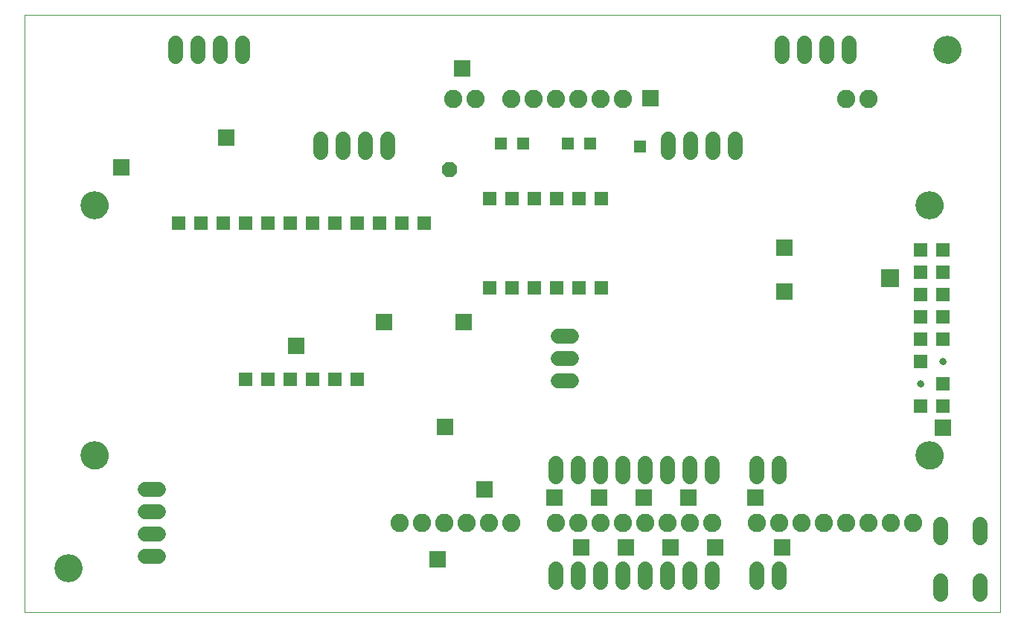
<source format=gts>
G75*
%MOIN*%
%OFA0B0*%
%FSLAX24Y24*%
%IPPOS*%
%LPD*%
%AMOC8*
5,1,8,0,0,1.08239X$1,22.5*
%
%ADD10C,0.0000*%
%ADD11C,0.0004*%
%ADD12C,0.1261*%
%ADD13C,0.0680*%
%ADD14C,0.0820*%
%ADD15R,0.0595X0.0595*%
%ADD16C,0.0316*%
%ADD17OC8,0.0680*%
%ADD18R,0.0740X0.0740*%
%ADD19R,0.0555X0.0555*%
%ADD20R,0.0840X0.0840*%
D10*
X007411Y004067D02*
X051112Y004067D01*
X051112Y030838D01*
X007411Y030838D01*
X009970Y022303D02*
X009972Y022351D01*
X009978Y022399D01*
X009988Y022446D01*
X010001Y022492D01*
X010019Y022537D01*
X010039Y022581D01*
X010064Y022623D01*
X010092Y022662D01*
X010122Y022699D01*
X010156Y022733D01*
X010193Y022765D01*
X010231Y022794D01*
X010272Y022819D01*
X010315Y022841D01*
X010360Y022859D01*
X010406Y022873D01*
X010453Y022884D01*
X010501Y022891D01*
X010549Y022894D01*
X010597Y022893D01*
X010645Y022888D01*
X010693Y022879D01*
X010739Y022867D01*
X010784Y022850D01*
X010828Y022830D01*
X010870Y022807D01*
X010910Y022780D01*
X010948Y022750D01*
X010983Y022717D01*
X011015Y022681D01*
X011045Y022643D01*
X011071Y022602D01*
X011093Y022559D01*
X011113Y022515D01*
X011128Y022470D01*
X011140Y022423D01*
X011148Y022375D01*
X011152Y022327D01*
X011152Y022279D01*
X011148Y022231D01*
X011140Y022183D01*
X011128Y022136D01*
X011113Y022091D01*
X011093Y022047D01*
X011071Y022004D01*
X011045Y021963D01*
X011015Y021925D01*
X010983Y021889D01*
X010948Y021856D01*
X010910Y021826D01*
X010870Y021799D01*
X010828Y021776D01*
X010784Y021756D01*
X010739Y021739D01*
X010693Y021727D01*
X010645Y021718D01*
X010597Y021713D01*
X010549Y021712D01*
X010501Y021715D01*
X010453Y021722D01*
X010406Y021733D01*
X010360Y021747D01*
X010315Y021765D01*
X010272Y021787D01*
X010231Y021812D01*
X010193Y021841D01*
X010156Y021873D01*
X010122Y021907D01*
X010092Y021944D01*
X010064Y021983D01*
X010039Y022025D01*
X010019Y022069D01*
X010001Y022114D01*
X009988Y022160D01*
X009978Y022207D01*
X009972Y022255D01*
X009970Y022303D01*
X009970Y011082D02*
X009972Y011130D01*
X009978Y011178D01*
X009988Y011225D01*
X010001Y011271D01*
X010019Y011316D01*
X010039Y011360D01*
X010064Y011402D01*
X010092Y011441D01*
X010122Y011478D01*
X010156Y011512D01*
X010193Y011544D01*
X010231Y011573D01*
X010272Y011598D01*
X010315Y011620D01*
X010360Y011638D01*
X010406Y011652D01*
X010453Y011663D01*
X010501Y011670D01*
X010549Y011673D01*
X010597Y011672D01*
X010645Y011667D01*
X010693Y011658D01*
X010739Y011646D01*
X010784Y011629D01*
X010828Y011609D01*
X010870Y011586D01*
X010910Y011559D01*
X010948Y011529D01*
X010983Y011496D01*
X011015Y011460D01*
X011045Y011422D01*
X011071Y011381D01*
X011093Y011338D01*
X011113Y011294D01*
X011128Y011249D01*
X011140Y011202D01*
X011148Y011154D01*
X011152Y011106D01*
X011152Y011058D01*
X011148Y011010D01*
X011140Y010962D01*
X011128Y010915D01*
X011113Y010870D01*
X011093Y010826D01*
X011071Y010783D01*
X011045Y010742D01*
X011015Y010704D01*
X010983Y010668D01*
X010948Y010635D01*
X010910Y010605D01*
X010870Y010578D01*
X010828Y010555D01*
X010784Y010535D01*
X010739Y010518D01*
X010693Y010506D01*
X010645Y010497D01*
X010597Y010492D01*
X010549Y010491D01*
X010501Y010494D01*
X010453Y010501D01*
X010406Y010512D01*
X010360Y010526D01*
X010315Y010544D01*
X010272Y010566D01*
X010231Y010591D01*
X010193Y010620D01*
X010156Y010652D01*
X010122Y010686D01*
X010092Y010723D01*
X010064Y010762D01*
X010039Y010804D01*
X010019Y010848D01*
X010001Y010893D01*
X009988Y010939D01*
X009978Y010986D01*
X009972Y011034D01*
X009970Y011082D01*
X008789Y006035D02*
X008791Y006083D01*
X008797Y006131D01*
X008807Y006178D01*
X008820Y006224D01*
X008838Y006269D01*
X008858Y006313D01*
X008883Y006355D01*
X008911Y006394D01*
X008941Y006431D01*
X008975Y006465D01*
X009012Y006497D01*
X009050Y006526D01*
X009091Y006551D01*
X009134Y006573D01*
X009179Y006591D01*
X009225Y006605D01*
X009272Y006616D01*
X009320Y006623D01*
X009368Y006626D01*
X009416Y006625D01*
X009464Y006620D01*
X009512Y006611D01*
X009558Y006599D01*
X009603Y006582D01*
X009647Y006562D01*
X009689Y006539D01*
X009729Y006512D01*
X009767Y006482D01*
X009802Y006449D01*
X009834Y006413D01*
X009864Y006375D01*
X009890Y006334D01*
X009912Y006291D01*
X009932Y006247D01*
X009947Y006202D01*
X009959Y006155D01*
X009967Y006107D01*
X009971Y006059D01*
X009971Y006011D01*
X009967Y005963D01*
X009959Y005915D01*
X009947Y005868D01*
X009932Y005823D01*
X009912Y005779D01*
X009890Y005736D01*
X009864Y005695D01*
X009834Y005657D01*
X009802Y005621D01*
X009767Y005588D01*
X009729Y005558D01*
X009689Y005531D01*
X009647Y005508D01*
X009603Y005488D01*
X009558Y005471D01*
X009512Y005459D01*
X009464Y005450D01*
X009416Y005445D01*
X009368Y005444D01*
X009320Y005447D01*
X009272Y005454D01*
X009225Y005465D01*
X009179Y005479D01*
X009134Y005497D01*
X009091Y005519D01*
X009050Y005544D01*
X009012Y005573D01*
X008975Y005605D01*
X008941Y005639D01*
X008911Y005676D01*
X008883Y005715D01*
X008858Y005757D01*
X008838Y005801D01*
X008820Y005846D01*
X008807Y005892D01*
X008797Y005939D01*
X008791Y005987D01*
X008789Y006035D01*
X047371Y011082D02*
X047373Y011130D01*
X047379Y011178D01*
X047389Y011225D01*
X047402Y011271D01*
X047420Y011316D01*
X047440Y011360D01*
X047465Y011402D01*
X047493Y011441D01*
X047523Y011478D01*
X047557Y011512D01*
X047594Y011544D01*
X047632Y011573D01*
X047673Y011598D01*
X047716Y011620D01*
X047761Y011638D01*
X047807Y011652D01*
X047854Y011663D01*
X047902Y011670D01*
X047950Y011673D01*
X047998Y011672D01*
X048046Y011667D01*
X048094Y011658D01*
X048140Y011646D01*
X048185Y011629D01*
X048229Y011609D01*
X048271Y011586D01*
X048311Y011559D01*
X048349Y011529D01*
X048384Y011496D01*
X048416Y011460D01*
X048446Y011422D01*
X048472Y011381D01*
X048494Y011338D01*
X048514Y011294D01*
X048529Y011249D01*
X048541Y011202D01*
X048549Y011154D01*
X048553Y011106D01*
X048553Y011058D01*
X048549Y011010D01*
X048541Y010962D01*
X048529Y010915D01*
X048514Y010870D01*
X048494Y010826D01*
X048472Y010783D01*
X048446Y010742D01*
X048416Y010704D01*
X048384Y010668D01*
X048349Y010635D01*
X048311Y010605D01*
X048271Y010578D01*
X048229Y010555D01*
X048185Y010535D01*
X048140Y010518D01*
X048094Y010506D01*
X048046Y010497D01*
X047998Y010492D01*
X047950Y010491D01*
X047902Y010494D01*
X047854Y010501D01*
X047807Y010512D01*
X047761Y010526D01*
X047716Y010544D01*
X047673Y010566D01*
X047632Y010591D01*
X047594Y010620D01*
X047557Y010652D01*
X047523Y010686D01*
X047493Y010723D01*
X047465Y010762D01*
X047440Y010804D01*
X047420Y010848D01*
X047402Y010893D01*
X047389Y010939D01*
X047379Y010986D01*
X047373Y011034D01*
X047371Y011082D01*
X047435Y014291D02*
X047437Y014312D01*
X047443Y014332D01*
X047452Y014352D01*
X047464Y014369D01*
X047479Y014383D01*
X047497Y014395D01*
X047517Y014403D01*
X047537Y014408D01*
X047558Y014409D01*
X047579Y014406D01*
X047599Y014400D01*
X047618Y014389D01*
X047635Y014376D01*
X047648Y014360D01*
X047659Y014342D01*
X047667Y014322D01*
X047671Y014302D01*
X047671Y014280D01*
X047667Y014260D01*
X047659Y014240D01*
X047648Y014222D01*
X047635Y014206D01*
X047618Y014193D01*
X047599Y014182D01*
X047579Y014176D01*
X047558Y014173D01*
X047537Y014174D01*
X047517Y014179D01*
X047497Y014187D01*
X047479Y014199D01*
X047464Y014213D01*
X047452Y014230D01*
X047443Y014250D01*
X047437Y014270D01*
X047435Y014291D01*
X048435Y015291D02*
X048437Y015312D01*
X048443Y015332D01*
X048452Y015352D01*
X048464Y015369D01*
X048479Y015383D01*
X048497Y015395D01*
X048517Y015403D01*
X048537Y015408D01*
X048558Y015409D01*
X048579Y015406D01*
X048599Y015400D01*
X048618Y015389D01*
X048635Y015376D01*
X048648Y015360D01*
X048659Y015342D01*
X048667Y015322D01*
X048671Y015302D01*
X048671Y015280D01*
X048667Y015260D01*
X048659Y015240D01*
X048648Y015222D01*
X048635Y015206D01*
X048618Y015193D01*
X048599Y015182D01*
X048579Y015176D01*
X048558Y015173D01*
X048537Y015174D01*
X048517Y015179D01*
X048497Y015187D01*
X048479Y015199D01*
X048464Y015213D01*
X048452Y015230D01*
X048443Y015250D01*
X048437Y015270D01*
X048435Y015291D01*
X047371Y022303D02*
X047373Y022351D01*
X047379Y022399D01*
X047389Y022446D01*
X047402Y022492D01*
X047420Y022537D01*
X047440Y022581D01*
X047465Y022623D01*
X047493Y022662D01*
X047523Y022699D01*
X047557Y022733D01*
X047594Y022765D01*
X047632Y022794D01*
X047673Y022819D01*
X047716Y022841D01*
X047761Y022859D01*
X047807Y022873D01*
X047854Y022884D01*
X047902Y022891D01*
X047950Y022894D01*
X047998Y022893D01*
X048046Y022888D01*
X048094Y022879D01*
X048140Y022867D01*
X048185Y022850D01*
X048229Y022830D01*
X048271Y022807D01*
X048311Y022780D01*
X048349Y022750D01*
X048384Y022717D01*
X048416Y022681D01*
X048446Y022643D01*
X048472Y022602D01*
X048494Y022559D01*
X048514Y022515D01*
X048529Y022470D01*
X048541Y022423D01*
X048549Y022375D01*
X048553Y022327D01*
X048553Y022279D01*
X048549Y022231D01*
X048541Y022183D01*
X048529Y022136D01*
X048514Y022091D01*
X048494Y022047D01*
X048472Y022004D01*
X048446Y021963D01*
X048416Y021925D01*
X048384Y021889D01*
X048349Y021856D01*
X048311Y021826D01*
X048271Y021799D01*
X048229Y021776D01*
X048185Y021756D01*
X048140Y021739D01*
X048094Y021727D01*
X048046Y021718D01*
X047998Y021713D01*
X047950Y021712D01*
X047902Y021715D01*
X047854Y021722D01*
X047807Y021733D01*
X047761Y021747D01*
X047716Y021765D01*
X047673Y021787D01*
X047632Y021812D01*
X047594Y021841D01*
X047557Y021873D01*
X047523Y021907D01*
X047493Y021944D01*
X047465Y021983D01*
X047440Y022025D01*
X047420Y022069D01*
X047402Y022114D01*
X047389Y022160D01*
X047379Y022207D01*
X047373Y022255D01*
X047371Y022303D01*
X048159Y029263D02*
X048161Y029311D01*
X048167Y029359D01*
X048177Y029406D01*
X048190Y029452D01*
X048208Y029497D01*
X048228Y029541D01*
X048253Y029583D01*
X048281Y029622D01*
X048311Y029659D01*
X048345Y029693D01*
X048382Y029725D01*
X048420Y029754D01*
X048461Y029779D01*
X048504Y029801D01*
X048549Y029819D01*
X048595Y029833D01*
X048642Y029844D01*
X048690Y029851D01*
X048738Y029854D01*
X048786Y029853D01*
X048834Y029848D01*
X048882Y029839D01*
X048928Y029827D01*
X048973Y029810D01*
X049017Y029790D01*
X049059Y029767D01*
X049099Y029740D01*
X049137Y029710D01*
X049172Y029677D01*
X049204Y029641D01*
X049234Y029603D01*
X049260Y029562D01*
X049282Y029519D01*
X049302Y029475D01*
X049317Y029430D01*
X049329Y029383D01*
X049337Y029335D01*
X049341Y029287D01*
X049341Y029239D01*
X049337Y029191D01*
X049329Y029143D01*
X049317Y029096D01*
X049302Y029051D01*
X049282Y029007D01*
X049260Y028964D01*
X049234Y028923D01*
X049204Y028885D01*
X049172Y028849D01*
X049137Y028816D01*
X049099Y028786D01*
X049059Y028759D01*
X049017Y028736D01*
X048973Y028716D01*
X048928Y028699D01*
X048882Y028687D01*
X048834Y028678D01*
X048786Y028673D01*
X048738Y028672D01*
X048690Y028675D01*
X048642Y028682D01*
X048595Y028693D01*
X048549Y028707D01*
X048504Y028725D01*
X048461Y028747D01*
X048420Y028772D01*
X048382Y028801D01*
X048345Y028833D01*
X048311Y028867D01*
X048281Y028904D01*
X048253Y028943D01*
X048228Y028985D01*
X048208Y029029D01*
X048190Y029074D01*
X048177Y029120D01*
X048167Y029167D01*
X048161Y029215D01*
X048159Y029263D01*
D11*
X007411Y030838D02*
X007411Y004067D01*
D12*
X009380Y006035D03*
X010561Y011082D03*
X010561Y022303D03*
X047962Y022303D03*
X048750Y029263D03*
X047962Y011082D03*
D13*
X048450Y008009D02*
X048450Y007409D01*
X050230Y007409D02*
X050230Y008009D01*
X050230Y005449D02*
X050230Y004849D01*
X048450Y004849D02*
X048450Y005449D01*
X041224Y005404D02*
X041224Y006004D01*
X040224Y006004D02*
X040224Y005404D01*
X038224Y005404D02*
X038224Y006004D01*
X037224Y006004D02*
X037224Y005404D01*
X036224Y005404D02*
X036224Y006004D01*
X035224Y006004D02*
X035224Y005404D01*
X034224Y005404D02*
X034224Y006004D01*
X033224Y006004D02*
X033224Y005404D01*
X032224Y005404D02*
X032224Y006004D01*
X031224Y006004D02*
X031224Y005404D01*
X031224Y010117D02*
X031224Y010717D01*
X032224Y010717D02*
X032224Y010117D01*
X033224Y010117D02*
X033224Y010717D01*
X034224Y010717D02*
X034224Y010117D01*
X035224Y010117D02*
X035224Y010717D01*
X036224Y010717D02*
X036224Y010117D01*
X037224Y010117D02*
X037224Y010717D01*
X038224Y010717D02*
X038224Y010117D01*
X040224Y010117D02*
X040224Y010717D01*
X041224Y010717D02*
X041224Y010117D01*
X031916Y014421D02*
X031316Y014421D01*
X031316Y015421D02*
X031916Y015421D01*
X031916Y016421D02*
X031316Y016421D01*
X036242Y024672D02*
X036242Y025272D01*
X037242Y025272D02*
X037242Y024672D01*
X038242Y024672D02*
X038242Y025272D01*
X039242Y025272D02*
X039242Y024672D01*
X041344Y028963D02*
X041344Y029563D01*
X042344Y029563D02*
X042344Y028963D01*
X043344Y028963D02*
X043344Y029563D01*
X044344Y029563D02*
X044344Y028963D01*
X023691Y025272D02*
X023691Y024672D01*
X022691Y024672D02*
X022691Y025272D01*
X021691Y025272D02*
X021691Y024672D01*
X020691Y024672D02*
X020691Y025272D01*
X017179Y028963D02*
X017179Y029563D01*
X016179Y029563D02*
X016179Y028963D01*
X015179Y028963D02*
X015179Y029563D01*
X014179Y029563D02*
X014179Y028963D01*
X013420Y009567D02*
X012820Y009567D01*
X012820Y008567D02*
X013420Y008567D01*
X013420Y007567D02*
X012820Y007567D01*
X012820Y006567D02*
X013420Y006567D01*
D14*
X024224Y008067D03*
X025224Y008067D03*
X026224Y008067D03*
X027224Y008067D03*
X028224Y008067D03*
X029224Y008067D03*
X031224Y008067D03*
X032224Y008067D03*
X033224Y008067D03*
X034224Y008067D03*
X035224Y008067D03*
X036224Y008067D03*
X037224Y008067D03*
X038224Y008067D03*
X040224Y008067D03*
X041224Y008067D03*
X042224Y008067D03*
X043224Y008067D03*
X044224Y008067D03*
X045224Y008067D03*
X046224Y008067D03*
X047224Y008067D03*
X045224Y027067D03*
X044224Y027067D03*
X034224Y027067D03*
X033224Y027067D03*
X032224Y027067D03*
X031224Y027067D03*
X030224Y027067D03*
X029224Y027067D03*
X027624Y027067D03*
X026624Y027067D03*
D15*
X028239Y022598D03*
X029239Y022598D03*
X030239Y022598D03*
X031239Y022598D03*
X032239Y022598D03*
X033239Y022598D03*
X033239Y018598D03*
X032239Y018598D03*
X031239Y018598D03*
X030239Y018598D03*
X029239Y018598D03*
X028239Y018598D03*
X025324Y021492D03*
X024324Y021492D03*
X023324Y021492D03*
X022324Y021492D03*
X021324Y021492D03*
X020324Y021492D03*
X019324Y021492D03*
X018324Y021492D03*
X017324Y021492D03*
X016324Y021492D03*
X015324Y021492D03*
X014324Y021492D03*
X017324Y014492D03*
X018324Y014492D03*
X019324Y014492D03*
X020324Y014492D03*
X021324Y014492D03*
X022324Y014492D03*
X047553Y015291D03*
X047553Y016291D03*
X048553Y016291D03*
X048553Y017291D03*
X047553Y017291D03*
X047553Y018291D03*
X048553Y018291D03*
X048553Y019291D03*
X047553Y019291D03*
X047553Y020291D03*
X048553Y020291D03*
X048553Y014291D03*
X048553Y013291D03*
X047553Y013291D03*
D16*
X047553Y014291D03*
X048553Y015291D03*
D17*
X026439Y023897D03*
D18*
X027017Y028437D03*
X035443Y027098D03*
X041466Y020405D03*
X041466Y018437D03*
X048553Y012334D03*
X040135Y009185D03*
X037135Y009185D03*
X035135Y009185D03*
X033135Y009185D03*
X031135Y009185D03*
X028029Y009567D03*
X026242Y012354D03*
X019576Y015996D03*
X023513Y017059D03*
X027096Y017059D03*
X016466Y025326D03*
X011742Y024000D03*
X032348Y006948D03*
X034348Y006948D03*
X036348Y006948D03*
X038348Y006948D03*
X041348Y006948D03*
X025915Y006429D03*
D19*
X028742Y025067D03*
X029742Y025067D03*
X031742Y025067D03*
X032742Y025067D03*
X034970Y024933D03*
D20*
X046191Y019027D03*
M02*

</source>
